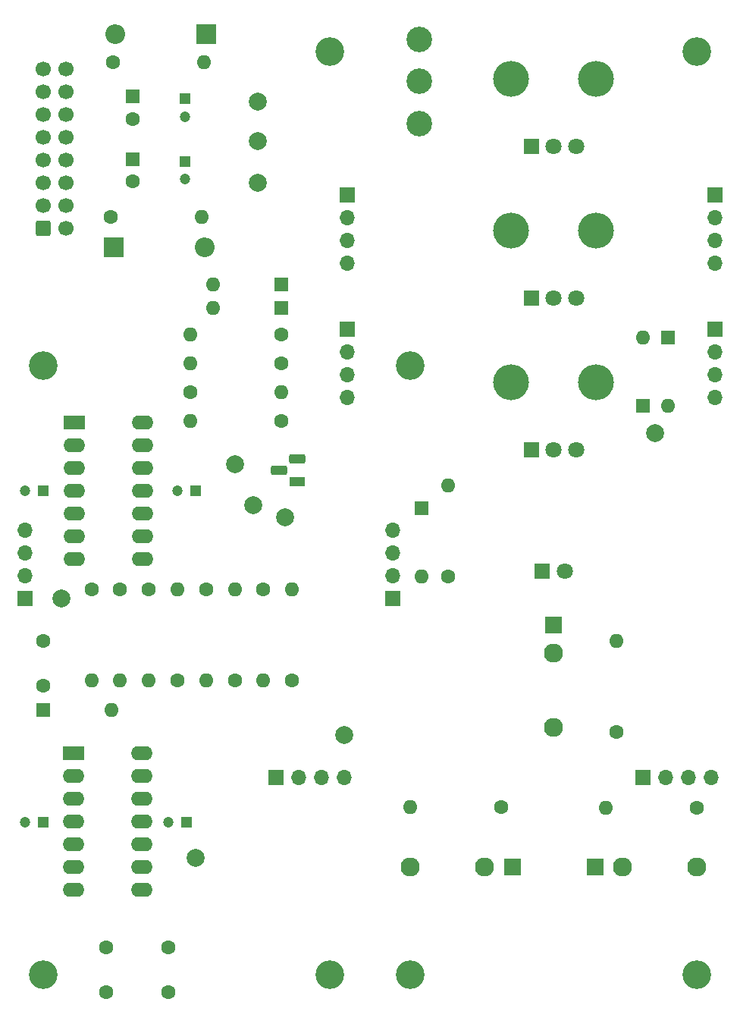
<source format=gts>
G04 #@! TF.GenerationSoftware,KiCad,Pcbnew,8.0.2-1*
G04 #@! TF.CreationDate,2024-05-07T18:45:23+02:00*
G04 #@! TF.ProjectId,scribble,73637269-6262-46c6-952e-6b696361645f,rev?*
G04 #@! TF.SameCoordinates,Original*
G04 #@! TF.FileFunction,Soldermask,Top*
G04 #@! TF.FilePolarity,Negative*
%FSLAX46Y46*%
G04 Gerber Fmt 4.6, Leading zero omitted, Abs format (unit mm)*
G04 Created by KiCad (PCBNEW 8.0.2-1) date 2024-05-07 18:45:23*
%MOMM*%
%LPD*%
G01*
G04 APERTURE LIST*
G04 Aperture macros list*
%AMRoundRect*
0 Rectangle with rounded corners*
0 $1 Rounding radius*
0 $2 $3 $4 $5 $6 $7 $8 $9 X,Y pos of 4 corners*
0 Add a 4 corners polygon primitive as box body*
4,1,4,$2,$3,$4,$5,$6,$7,$8,$9,$2,$3,0*
0 Add four circle primitives for the rounded corners*
1,1,$1+$1,$2,$3*
1,1,$1+$1,$4,$5*
1,1,$1+$1,$6,$7*
1,1,$1+$1,$8,$9*
0 Add four rect primitives between the rounded corners*
20,1,$1+$1,$2,$3,$4,$5,0*
20,1,$1+$1,$4,$5,$6,$7,0*
20,1,$1+$1,$6,$7,$8,$9,0*
20,1,$1+$1,$8,$9,$2,$3,0*%
G04 Aperture macros list end*
%ADD10C,1.600000*%
%ADD11O,1.600000X1.600000*%
%ADD12R,1.800000X1.100000*%
%ADD13RoundRect,0.275000X0.625000X-0.275000X0.625000X0.275000X-0.625000X0.275000X-0.625000X-0.275000X0*%
%ADD14O,4.000000X4.000000*%
%ADD15R,1.800000X1.800000*%
%ADD16C,1.800000*%
%ADD17R,1.600000X1.600000*%
%ADD18R,2.200000X2.200000*%
%ADD19O,2.200000X2.200000*%
%ADD20C,2.000000*%
%ADD21R,1.700000X1.700000*%
%ADD22O,1.700000X1.700000*%
%ADD23C,3.200000*%
%ADD24R,2.400000X1.600000*%
%ADD25O,2.400000X1.600000*%
%ADD26R,1.930000X1.830000*%
%ADD27C,2.130000*%
%ADD28R,1.830000X1.930000*%
%ADD29C,2.850000*%
%ADD30R,1.200000X1.200000*%
%ADD31C,1.200000*%
%ADD32RoundRect,0.250000X-0.600000X-0.600000X0.600000X-0.600000X0.600000X0.600000X-0.600000X0.600000X0*%
%ADD33C,1.700000*%
G04 APERTURE END LIST*
D10*
X78600000Y-114020000D03*
D11*
X78600000Y-124180000D03*
D12*
X82400000Y-102000000D03*
D13*
X80330000Y-100730000D03*
X82400000Y-99460000D03*
D14*
X106250000Y-74000000D03*
X115750000Y-74000000D03*
D15*
X108500000Y-81500000D03*
D16*
X111000000Y-81500000D03*
X113500000Y-81500000D03*
D17*
X80620000Y-82600000D03*
D11*
X73000000Y-82600000D03*
D10*
X80630000Y-95200000D03*
D11*
X70470000Y-95200000D03*
D18*
X61870000Y-75800000D03*
D19*
X72030000Y-75800000D03*
D20*
X78000000Y-64000000D03*
D21*
X88000000Y-70000000D03*
D22*
X88000000Y-72540000D03*
X88000000Y-75080000D03*
X88000000Y-77620000D03*
D20*
X75400000Y-100000000D03*
D10*
X118000000Y-129930000D03*
D11*
X118000000Y-119770000D03*
D21*
X88000000Y-85000000D03*
D22*
X88000000Y-87540000D03*
X88000000Y-90080000D03*
X88000000Y-92620000D03*
D20*
X71000000Y-144000000D03*
D23*
X95000000Y-157000000D03*
D14*
X106250000Y-90925000D03*
X115750000Y-90925000D03*
D15*
X108500000Y-98425000D03*
D16*
X111000000Y-98425000D03*
X113500000Y-98425000D03*
D15*
X109710000Y-112000000D03*
D16*
X112250000Y-112000000D03*
D14*
X106250000Y-57025000D03*
X115750000Y-57025000D03*
D15*
X108500000Y-64525000D03*
D16*
X111000000Y-64525000D03*
X113500000Y-64525000D03*
D20*
X56000000Y-115000000D03*
D18*
X72210000Y-52000000D03*
D19*
X62050000Y-52000000D03*
D10*
X72200000Y-114020000D03*
D11*
X72200000Y-124180000D03*
D17*
X96250000Y-104940000D03*
D11*
X96250000Y-112560000D03*
D10*
X126980000Y-138400000D03*
D11*
X116820000Y-138400000D03*
D23*
X86000000Y-54000000D03*
D10*
X80630000Y-85600000D03*
D11*
X70470000Y-85600000D03*
D24*
X57380000Y-132260000D03*
D25*
X57380000Y-134800000D03*
X57380000Y-137340000D03*
X57380000Y-139880000D03*
X57380000Y-142420000D03*
X57380000Y-144960000D03*
X57380000Y-147500000D03*
X65000000Y-147500000D03*
X65000000Y-144960000D03*
X65000000Y-142420000D03*
X65000000Y-139880000D03*
X65000000Y-137340000D03*
X65000000Y-134800000D03*
X65000000Y-132260000D03*
D10*
X75400000Y-124180000D03*
D11*
X75400000Y-114020000D03*
D17*
X54000000Y-127500000D03*
D11*
X61620000Y-127500000D03*
D10*
X99250000Y-112530000D03*
D11*
X99250000Y-102370000D03*
D17*
X123750000Y-85940000D03*
D11*
X123750000Y-93560000D03*
D20*
X78000000Y-59600000D03*
D23*
X54000000Y-89000000D03*
X86000000Y-157000000D03*
D21*
X80000000Y-135000000D03*
D22*
X82540000Y-135000000D03*
X85080000Y-135000000D03*
X87620000Y-135000000D03*
D10*
X80600000Y-88800000D03*
D11*
X70440000Y-88800000D03*
D10*
X81800000Y-124180000D03*
D11*
X81800000Y-114020000D03*
D17*
X80620000Y-80000000D03*
D11*
X73000000Y-80000000D03*
D21*
X52000000Y-115000000D03*
D22*
X52000000Y-112460000D03*
X52000000Y-109920000D03*
X52000000Y-107380000D03*
D17*
X121000000Y-93560000D03*
D11*
X121000000Y-85940000D03*
D26*
X111000000Y-118000000D03*
D27*
X111000000Y-129400000D03*
X111000000Y-121100000D03*
D28*
X115620000Y-145000000D03*
D27*
X127020000Y-145000000D03*
X118720000Y-145000000D03*
D24*
X57500000Y-95375000D03*
D25*
X57500000Y-97915000D03*
X57500000Y-100455000D03*
X57500000Y-102995000D03*
X57500000Y-105535000D03*
X57500000Y-108075000D03*
X57500000Y-110615000D03*
X65120000Y-110615000D03*
X65120000Y-108075000D03*
X65120000Y-105535000D03*
X65120000Y-102995000D03*
X65120000Y-100455000D03*
X65120000Y-97915000D03*
X65120000Y-95375000D03*
D10*
X70470000Y-92000000D03*
D11*
X80630000Y-92000000D03*
D23*
X127000000Y-54000000D03*
D10*
X59400000Y-114020000D03*
D11*
X59400000Y-124180000D03*
D23*
X95000000Y-89000000D03*
D20*
X77500000Y-104600000D03*
D10*
X105180000Y-138300000D03*
D11*
X95020000Y-138300000D03*
D10*
X61770000Y-55200000D03*
D11*
X71930000Y-55200000D03*
D10*
X61570000Y-72400000D03*
D11*
X71730000Y-72400000D03*
D20*
X122350000Y-96570000D03*
D10*
X69000000Y-124180000D03*
D11*
X69000000Y-114020000D03*
D28*
X106380000Y-145000000D03*
D27*
X94980000Y-145000000D03*
X103280000Y-145000000D03*
D23*
X127000000Y-157000000D03*
D20*
X78000000Y-68600000D03*
D10*
X65800000Y-114020000D03*
D11*
X65800000Y-124180000D03*
D10*
X62600000Y-114020000D03*
D11*
X62600000Y-124180000D03*
D29*
X96000000Y-62000000D03*
X96000000Y-57300000D03*
X96000000Y-52600000D03*
D20*
X81000000Y-106000000D03*
X87600000Y-130300000D03*
D23*
X54000000Y-157000000D03*
D21*
X129000000Y-85000000D03*
D22*
X129000000Y-87540000D03*
X129000000Y-90080000D03*
X129000000Y-92620000D03*
D17*
X64000000Y-66000000D03*
D10*
X64000000Y-68500000D03*
X54000000Y-119750000D03*
X54000000Y-124750000D03*
D21*
X121000000Y-135000000D03*
D22*
X123540000Y-135000000D03*
X126080000Y-135000000D03*
X128620000Y-135000000D03*
D30*
X69800000Y-66227401D03*
D31*
X69800000Y-68227401D03*
D17*
X64000000Y-59000000D03*
D10*
X64000000Y-61500000D03*
D21*
X129000000Y-70000000D03*
D22*
X129000000Y-72540000D03*
X129000000Y-75080000D03*
X129000000Y-77620000D03*
D21*
X93000000Y-115000000D03*
D22*
X93000000Y-112460000D03*
X93000000Y-109920000D03*
X93000000Y-107380000D03*
D10*
X68000000Y-154000000D03*
X68000000Y-159000000D03*
D30*
X54000000Y-103000000D03*
D31*
X52000000Y-103000000D03*
D32*
X54000000Y-73720000D03*
D33*
X56540000Y-73720000D03*
X54000000Y-71180000D03*
X56540000Y-71180000D03*
X54000000Y-68640000D03*
X56540000Y-68640000D03*
X54000000Y-66100000D03*
X56540000Y-66100000D03*
X54000000Y-63560000D03*
X56540000Y-63560000D03*
X54000000Y-61020000D03*
X56540000Y-61020000D03*
X54000000Y-58480000D03*
X56540000Y-58480000D03*
X54000000Y-55940000D03*
X56540000Y-55940000D03*
D30*
X70000000Y-140000000D03*
D31*
X68000000Y-140000000D03*
D10*
X61000000Y-154000000D03*
X61000000Y-159000000D03*
D30*
X69800000Y-59227401D03*
D31*
X69800000Y-61227401D03*
D30*
X71000000Y-103000000D03*
D31*
X69000000Y-103000000D03*
D30*
X54000000Y-140000000D03*
D31*
X52000000Y-140000000D03*
M02*

</source>
